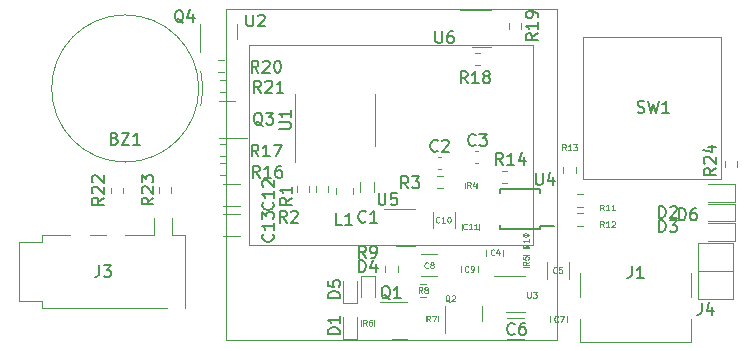
<source format=gbr>
%TF.GenerationSoftware,KiCad,Pcbnew,(6.0.2)*%
%TF.CreationDate,2022-03-18T21:37:06+08:00*%
%TF.ProjectId,Morse_code_PCB,4d6f7273-655f-4636-9f64-655f5043422e,rev?*%
%TF.SameCoordinates,Original*%
%TF.FileFunction,Legend,Top*%
%TF.FilePolarity,Positive*%
%FSLAX46Y46*%
G04 Gerber Fmt 4.6, Leading zero omitted, Abs format (unit mm)*
G04 Created by KiCad (PCBNEW (6.0.2)) date 2022-03-18 21:37:06*
%MOMM*%
%LPD*%
G01*
G04 APERTURE LIST*
%ADD10C,0.150000*%
%ADD11C,0.125000*%
%ADD12C,0.120000*%
G04 APERTURE END LIST*
D10*
%TO.C,C2*%
X104033333Y-145057142D02*
X103985714Y-145104761D01*
X103842857Y-145152380D01*
X103747619Y-145152380D01*
X103604761Y-145104761D01*
X103509523Y-145009523D01*
X103461904Y-144914285D01*
X103414285Y-144723809D01*
X103414285Y-144580952D01*
X103461904Y-144390476D01*
X103509523Y-144295238D01*
X103604761Y-144200000D01*
X103747619Y-144152380D01*
X103842857Y-144152380D01*
X103985714Y-144200000D01*
X104033333Y-144247619D01*
X104414285Y-144247619D02*
X104461904Y-144200000D01*
X104557142Y-144152380D01*
X104795238Y-144152380D01*
X104890476Y-144200000D01*
X104938095Y-144247619D01*
X104985714Y-144342857D01*
X104985714Y-144438095D01*
X104938095Y-144580952D01*
X104366666Y-145152380D01*
X104985714Y-145152380D01*
%TO.C,R19*%
X112482380Y-135142857D02*
X112006190Y-135476190D01*
X112482380Y-135714285D02*
X111482380Y-135714285D01*
X111482380Y-135333333D01*
X111530000Y-135238095D01*
X111577619Y-135190476D01*
X111672857Y-135142857D01*
X111815714Y-135142857D01*
X111910952Y-135190476D01*
X111958571Y-135238095D01*
X112006190Y-135333333D01*
X112006190Y-135714285D01*
X112482380Y-134190476D02*
X112482380Y-134761904D01*
X112482380Y-134476190D02*
X111482380Y-134476190D01*
X111625238Y-134571428D01*
X111720476Y-134666666D01*
X111768095Y-134761904D01*
X112482380Y-133714285D02*
X112482380Y-133523809D01*
X112434761Y-133428571D01*
X112387142Y-133380952D01*
X112244285Y-133285714D01*
X112053809Y-133238095D01*
X111672857Y-133238095D01*
X111577619Y-133285714D01*
X111530000Y-133333333D01*
X111482380Y-133428571D01*
X111482380Y-133619047D01*
X111530000Y-133714285D01*
X111577619Y-133761904D01*
X111672857Y-133809523D01*
X111910952Y-133809523D01*
X112006190Y-133761904D01*
X112053809Y-133714285D01*
X112101428Y-133619047D01*
X112101428Y-133428571D01*
X112053809Y-133333333D01*
X112006190Y-133285714D01*
X111910952Y-133238095D01*
%TO.C,R21*%
X89057142Y-140152380D02*
X88723809Y-139676190D01*
X88485714Y-140152380D02*
X88485714Y-139152380D01*
X88866666Y-139152380D01*
X88961904Y-139200000D01*
X89009523Y-139247619D01*
X89057142Y-139342857D01*
X89057142Y-139485714D01*
X89009523Y-139580952D01*
X88961904Y-139628571D01*
X88866666Y-139676190D01*
X88485714Y-139676190D01*
X89438095Y-139247619D02*
X89485714Y-139200000D01*
X89580952Y-139152380D01*
X89819047Y-139152380D01*
X89914285Y-139200000D01*
X89961904Y-139247619D01*
X90009523Y-139342857D01*
X90009523Y-139438095D01*
X89961904Y-139580952D01*
X89390476Y-140152380D01*
X90009523Y-140152380D01*
X90961904Y-140152380D02*
X90390476Y-140152380D01*
X90676190Y-140152380D02*
X90676190Y-139152380D01*
X90580952Y-139295238D01*
X90485714Y-139390476D01*
X90390476Y-139438095D01*
D11*
%TO.C,C4*%
X108816666Y-153878571D02*
X108792857Y-153902380D01*
X108721428Y-153926190D01*
X108673809Y-153926190D01*
X108602380Y-153902380D01*
X108554761Y-153854761D01*
X108530952Y-153807142D01*
X108507142Y-153711904D01*
X108507142Y-153640476D01*
X108530952Y-153545238D01*
X108554761Y-153497619D01*
X108602380Y-153450000D01*
X108673809Y-153426190D01*
X108721428Y-153426190D01*
X108792857Y-153450000D01*
X108816666Y-153473809D01*
X109245238Y-153592857D02*
X109245238Y-153926190D01*
X109126190Y-153402380D02*
X109007142Y-153759523D01*
X109316666Y-153759523D01*
D10*
%TO.C,Q3*%
X89204761Y-142947619D02*
X89109523Y-142900000D01*
X89014285Y-142804761D01*
X88871428Y-142661904D01*
X88776190Y-142614285D01*
X88680952Y-142614285D01*
X88728571Y-142852380D02*
X88633333Y-142804761D01*
X88538095Y-142709523D01*
X88490476Y-142519047D01*
X88490476Y-142185714D01*
X88538095Y-141995238D01*
X88633333Y-141900000D01*
X88728571Y-141852380D01*
X88919047Y-141852380D01*
X89014285Y-141900000D01*
X89109523Y-141995238D01*
X89157142Y-142185714D01*
X89157142Y-142519047D01*
X89109523Y-142709523D01*
X89014285Y-142804761D01*
X88919047Y-142852380D01*
X88728571Y-142852380D01*
X89490476Y-141852380D02*
X90109523Y-141852380D01*
X89776190Y-142233333D01*
X89919047Y-142233333D01*
X90014285Y-142280952D01*
X90061904Y-142328571D01*
X90109523Y-142423809D01*
X90109523Y-142661904D01*
X90061904Y-142757142D01*
X90014285Y-142804761D01*
X89919047Y-142852380D01*
X89633333Y-142852380D01*
X89538095Y-142804761D01*
X89490476Y-142757142D01*
%TO.C,BZ1*%
X76689832Y-144028571D02*
X76832689Y-144076190D01*
X76880308Y-144123809D01*
X76927927Y-144219047D01*
X76927927Y-144361904D01*
X76880308Y-144457142D01*
X76832689Y-144504761D01*
X76737451Y-144552380D01*
X76356499Y-144552380D01*
X76356499Y-143552380D01*
X76689832Y-143552380D01*
X76785070Y-143600000D01*
X76832689Y-143647619D01*
X76880308Y-143742857D01*
X76880308Y-143838095D01*
X76832689Y-143933333D01*
X76785070Y-143980952D01*
X76689832Y-144028571D01*
X76356499Y-144028571D01*
X77261261Y-143552380D02*
X77927927Y-143552380D01*
X77261261Y-144552380D01*
X77927927Y-144552380D01*
X78832689Y-144552380D02*
X78261261Y-144552380D01*
X78546975Y-144552380D02*
X78546975Y-143552380D01*
X78451737Y-143695238D01*
X78356499Y-143790476D01*
X78261261Y-143838095D01*
%TO.C,R20*%
X88857142Y-138452380D02*
X88523809Y-137976190D01*
X88285714Y-138452380D02*
X88285714Y-137452380D01*
X88666666Y-137452380D01*
X88761904Y-137500000D01*
X88809523Y-137547619D01*
X88857142Y-137642857D01*
X88857142Y-137785714D01*
X88809523Y-137880952D01*
X88761904Y-137928571D01*
X88666666Y-137976190D01*
X88285714Y-137976190D01*
X89238095Y-137547619D02*
X89285714Y-137500000D01*
X89380952Y-137452380D01*
X89619047Y-137452380D01*
X89714285Y-137500000D01*
X89761904Y-137547619D01*
X89809523Y-137642857D01*
X89809523Y-137738095D01*
X89761904Y-137880952D01*
X89190476Y-138452380D01*
X89809523Y-138452380D01*
X90428571Y-137452380D02*
X90523809Y-137452380D01*
X90619047Y-137500000D01*
X90666666Y-137547619D01*
X90714285Y-137642857D01*
X90761904Y-137833333D01*
X90761904Y-138071428D01*
X90714285Y-138261904D01*
X90666666Y-138357142D01*
X90619047Y-138404761D01*
X90523809Y-138452380D01*
X90428571Y-138452380D01*
X90333333Y-138404761D01*
X90285714Y-138357142D01*
X90238095Y-138261904D01*
X90190476Y-138071428D01*
X90190476Y-137833333D01*
X90238095Y-137642857D01*
X90285714Y-137547619D01*
X90333333Y-137500000D01*
X90428571Y-137452380D01*
%TO.C,J4*%
X126366666Y-157952380D02*
X126366666Y-158666666D01*
X126319047Y-158809523D01*
X126223809Y-158904761D01*
X126080952Y-158952380D01*
X125985714Y-158952380D01*
X127271428Y-158285714D02*
X127271428Y-158952380D01*
X127033333Y-157904761D02*
X126795238Y-158619047D01*
X127414285Y-158619047D01*
%TO.C,R18*%
X106557142Y-139352380D02*
X106223809Y-138876190D01*
X105985714Y-139352380D02*
X105985714Y-138352380D01*
X106366666Y-138352380D01*
X106461904Y-138400000D01*
X106509523Y-138447619D01*
X106557142Y-138542857D01*
X106557142Y-138685714D01*
X106509523Y-138780952D01*
X106461904Y-138828571D01*
X106366666Y-138876190D01*
X105985714Y-138876190D01*
X107509523Y-139352380D02*
X106938095Y-139352380D01*
X107223809Y-139352380D02*
X107223809Y-138352380D01*
X107128571Y-138495238D01*
X107033333Y-138590476D01*
X106938095Y-138638095D01*
X108080952Y-138780952D02*
X107985714Y-138733333D01*
X107938095Y-138685714D01*
X107890476Y-138590476D01*
X107890476Y-138542857D01*
X107938095Y-138447619D01*
X107985714Y-138400000D01*
X108080952Y-138352380D01*
X108271428Y-138352380D01*
X108366666Y-138400000D01*
X108414285Y-138447619D01*
X108461904Y-138542857D01*
X108461904Y-138590476D01*
X108414285Y-138685714D01*
X108366666Y-138733333D01*
X108271428Y-138780952D01*
X108080952Y-138780952D01*
X107985714Y-138828571D01*
X107938095Y-138876190D01*
X107890476Y-138971428D01*
X107890476Y-139161904D01*
X107938095Y-139257142D01*
X107985714Y-139304761D01*
X108080952Y-139352380D01*
X108271428Y-139352380D01*
X108366666Y-139304761D01*
X108414285Y-139257142D01*
X108461904Y-139161904D01*
X108461904Y-138971428D01*
X108414285Y-138876190D01*
X108366666Y-138828571D01*
X108271428Y-138780952D01*
%TO.C,D1*%
X95722380Y-160608095D02*
X94722380Y-160608095D01*
X94722380Y-160370000D01*
X94770000Y-160227142D01*
X94865238Y-160131904D01*
X94960476Y-160084285D01*
X95150952Y-160036666D01*
X95293809Y-160036666D01*
X95484285Y-160084285D01*
X95579523Y-160131904D01*
X95674761Y-160227142D01*
X95722380Y-160370000D01*
X95722380Y-160608095D01*
X95722380Y-159084285D02*
X95722380Y-159655714D01*
X95722380Y-159370000D02*
X94722380Y-159370000D01*
X94865238Y-159465238D01*
X94960476Y-159560476D01*
X95008095Y-159655714D01*
%TO.C,D2*%
X122761904Y-150752380D02*
X122761904Y-149752380D01*
X123000000Y-149752380D01*
X123142857Y-149800000D01*
X123238095Y-149895238D01*
X123285714Y-149990476D01*
X123333333Y-150180952D01*
X123333333Y-150323809D01*
X123285714Y-150514285D01*
X123238095Y-150609523D01*
X123142857Y-150704761D01*
X123000000Y-150752380D01*
X122761904Y-150752380D01*
X123714285Y-149847619D02*
X123761904Y-149800000D01*
X123857142Y-149752380D01*
X124095238Y-149752380D01*
X124190476Y-149800000D01*
X124238095Y-149847619D01*
X124285714Y-149942857D01*
X124285714Y-150038095D01*
X124238095Y-150180952D01*
X123666666Y-150752380D01*
X124285714Y-150752380D01*
D11*
%TO.C,R8*%
X102716666Y-157126190D02*
X102550000Y-156888095D01*
X102430952Y-157126190D02*
X102430952Y-156626190D01*
X102621428Y-156626190D01*
X102669047Y-156650000D01*
X102692857Y-156673809D01*
X102716666Y-156721428D01*
X102716666Y-156792857D01*
X102692857Y-156840476D01*
X102669047Y-156864285D01*
X102621428Y-156888095D01*
X102430952Y-156888095D01*
X103002380Y-156840476D02*
X102954761Y-156816666D01*
X102930952Y-156792857D01*
X102907142Y-156745238D01*
X102907142Y-156721428D01*
X102930952Y-156673809D01*
X102954761Y-156650000D01*
X103002380Y-156626190D01*
X103097619Y-156626190D01*
X103145238Y-156650000D01*
X103169047Y-156673809D01*
X103192857Y-156721428D01*
X103192857Y-156745238D01*
X103169047Y-156792857D01*
X103145238Y-156816666D01*
X103097619Y-156840476D01*
X103002380Y-156840476D01*
X102954761Y-156864285D01*
X102930952Y-156888095D01*
X102907142Y-156935714D01*
X102907142Y-157030952D01*
X102930952Y-157078571D01*
X102954761Y-157102380D01*
X103002380Y-157126190D01*
X103097619Y-157126190D01*
X103145238Y-157102380D01*
X103169047Y-157078571D01*
X103192857Y-157030952D01*
X103192857Y-156935714D01*
X103169047Y-156888095D01*
X103145238Y-156864285D01*
X103097619Y-156840476D01*
D10*
%TO.C,R17*%
X88857142Y-145552380D02*
X88523809Y-145076190D01*
X88285714Y-145552380D02*
X88285714Y-144552380D01*
X88666666Y-144552380D01*
X88761904Y-144600000D01*
X88809523Y-144647619D01*
X88857142Y-144742857D01*
X88857142Y-144885714D01*
X88809523Y-144980952D01*
X88761904Y-145028571D01*
X88666666Y-145076190D01*
X88285714Y-145076190D01*
X89809523Y-145552380D02*
X89238095Y-145552380D01*
X89523809Y-145552380D02*
X89523809Y-144552380D01*
X89428571Y-144695238D01*
X89333333Y-144790476D01*
X89238095Y-144838095D01*
X90142857Y-144552380D02*
X90809523Y-144552380D01*
X90380952Y-145552380D01*
%TO.C,C3*%
X107233333Y-144557142D02*
X107185714Y-144604761D01*
X107042857Y-144652380D01*
X106947619Y-144652380D01*
X106804761Y-144604761D01*
X106709523Y-144509523D01*
X106661904Y-144414285D01*
X106614285Y-144223809D01*
X106614285Y-144080952D01*
X106661904Y-143890476D01*
X106709523Y-143795238D01*
X106804761Y-143700000D01*
X106947619Y-143652380D01*
X107042857Y-143652380D01*
X107185714Y-143700000D01*
X107233333Y-143747619D01*
X107566666Y-143652380D02*
X108185714Y-143652380D01*
X107852380Y-144033333D01*
X107995238Y-144033333D01*
X108090476Y-144080952D01*
X108138095Y-144128571D01*
X108185714Y-144223809D01*
X108185714Y-144461904D01*
X108138095Y-144557142D01*
X108090476Y-144604761D01*
X107995238Y-144652380D01*
X107709523Y-144652380D01*
X107614285Y-144604761D01*
X107566666Y-144557142D01*
%TO.C,R2*%
X91233333Y-151152380D02*
X90900000Y-150676190D01*
X90661904Y-151152380D02*
X90661904Y-150152380D01*
X91042857Y-150152380D01*
X91138095Y-150200000D01*
X91185714Y-150247619D01*
X91233333Y-150342857D01*
X91233333Y-150485714D01*
X91185714Y-150580952D01*
X91138095Y-150628571D01*
X91042857Y-150676190D01*
X90661904Y-150676190D01*
X91614285Y-150247619D02*
X91661904Y-150200000D01*
X91757142Y-150152380D01*
X91995238Y-150152380D01*
X92090476Y-150200000D01*
X92138095Y-150247619D01*
X92185714Y-150342857D01*
X92185714Y-150438095D01*
X92138095Y-150580952D01*
X91566666Y-151152380D01*
X92185714Y-151152380D01*
%TO.C,L1*%
X95933333Y-151352380D02*
X95457142Y-151352380D01*
X95457142Y-150352380D01*
X96790476Y-151352380D02*
X96219047Y-151352380D01*
X96504761Y-151352380D02*
X96504761Y-150352380D01*
X96409523Y-150495238D01*
X96314285Y-150590476D01*
X96219047Y-150638095D01*
%TO.C,SW1*%
X120966666Y-141804761D02*
X121109523Y-141852380D01*
X121347619Y-141852380D01*
X121442857Y-141804761D01*
X121490476Y-141757142D01*
X121538095Y-141661904D01*
X121538095Y-141566666D01*
X121490476Y-141471428D01*
X121442857Y-141423809D01*
X121347619Y-141376190D01*
X121157142Y-141328571D01*
X121061904Y-141280952D01*
X121014285Y-141233333D01*
X120966666Y-141138095D01*
X120966666Y-141042857D01*
X121014285Y-140947619D01*
X121061904Y-140900000D01*
X121157142Y-140852380D01*
X121395238Y-140852380D01*
X121538095Y-140900000D01*
X121871428Y-140852380D02*
X122109523Y-141852380D01*
X122300000Y-141138095D01*
X122490476Y-141852380D01*
X122728571Y-140852380D01*
X123633333Y-141852380D02*
X123061904Y-141852380D01*
X123347619Y-141852380D02*
X123347619Y-140852380D01*
X123252380Y-140995238D01*
X123157142Y-141090476D01*
X123061904Y-141138095D01*
D11*
%TO.C,C8*%
X103216666Y-154978571D02*
X103192857Y-155002380D01*
X103121428Y-155026190D01*
X103073809Y-155026190D01*
X103002380Y-155002380D01*
X102954761Y-154954761D01*
X102930952Y-154907142D01*
X102907142Y-154811904D01*
X102907142Y-154740476D01*
X102930952Y-154645238D01*
X102954761Y-154597619D01*
X103002380Y-154550000D01*
X103073809Y-154526190D01*
X103121428Y-154526190D01*
X103192857Y-154550000D01*
X103216666Y-154573809D01*
X103502380Y-154740476D02*
X103454761Y-154716666D01*
X103430952Y-154692857D01*
X103407142Y-154645238D01*
X103407142Y-154621428D01*
X103430952Y-154573809D01*
X103454761Y-154550000D01*
X103502380Y-154526190D01*
X103597619Y-154526190D01*
X103645238Y-154550000D01*
X103669047Y-154573809D01*
X103692857Y-154621428D01*
X103692857Y-154645238D01*
X103669047Y-154692857D01*
X103645238Y-154716666D01*
X103597619Y-154740476D01*
X103502380Y-154740476D01*
X103454761Y-154764285D01*
X103430952Y-154788095D01*
X103407142Y-154835714D01*
X103407142Y-154930952D01*
X103430952Y-154978571D01*
X103454761Y-155002380D01*
X103502380Y-155026190D01*
X103597619Y-155026190D01*
X103645238Y-155002380D01*
X103669047Y-154978571D01*
X103692857Y-154930952D01*
X103692857Y-154835714D01*
X103669047Y-154788095D01*
X103645238Y-154764285D01*
X103597619Y-154740476D01*
%TO.C,C5*%
X114116666Y-155378571D02*
X114092857Y-155402380D01*
X114021428Y-155426190D01*
X113973809Y-155426190D01*
X113902380Y-155402380D01*
X113854761Y-155354761D01*
X113830952Y-155307142D01*
X113807142Y-155211904D01*
X113807142Y-155140476D01*
X113830952Y-155045238D01*
X113854761Y-154997619D01*
X113902380Y-154950000D01*
X113973809Y-154926190D01*
X114021428Y-154926190D01*
X114092857Y-154950000D01*
X114116666Y-154973809D01*
X114569047Y-154926190D02*
X114330952Y-154926190D01*
X114307142Y-155164285D01*
X114330952Y-155140476D01*
X114378571Y-155116666D01*
X114497619Y-155116666D01*
X114545238Y-155140476D01*
X114569047Y-155164285D01*
X114592857Y-155211904D01*
X114592857Y-155330952D01*
X114569047Y-155378571D01*
X114545238Y-155402380D01*
X114497619Y-155426190D01*
X114378571Y-155426190D01*
X114330952Y-155402380D01*
X114307142Y-155378571D01*
D10*
%TO.C,C13*%
X90057142Y-152142857D02*
X90104761Y-152190476D01*
X90152380Y-152333333D01*
X90152380Y-152428571D01*
X90104761Y-152571428D01*
X90009523Y-152666666D01*
X89914285Y-152714285D01*
X89723809Y-152761904D01*
X89580952Y-152761904D01*
X89390476Y-152714285D01*
X89295238Y-152666666D01*
X89200000Y-152571428D01*
X89152380Y-152428571D01*
X89152380Y-152333333D01*
X89200000Y-152190476D01*
X89247619Y-152142857D01*
X90152380Y-151190476D02*
X90152380Y-151761904D01*
X90152380Y-151476190D02*
X89152380Y-151476190D01*
X89295238Y-151571428D01*
X89390476Y-151666666D01*
X89438095Y-151761904D01*
X89152380Y-150857142D02*
X89152380Y-150238095D01*
X89533333Y-150571428D01*
X89533333Y-150428571D01*
X89580952Y-150333333D01*
X89628571Y-150285714D01*
X89723809Y-150238095D01*
X89961904Y-150238095D01*
X90057142Y-150285714D01*
X90104761Y-150333333D01*
X90152380Y-150428571D01*
X90152380Y-150714285D01*
X90104761Y-150809523D01*
X90057142Y-150857142D01*
%TO.C,C6*%
X110533333Y-160557142D02*
X110485714Y-160604761D01*
X110342857Y-160652380D01*
X110247619Y-160652380D01*
X110104761Y-160604761D01*
X110009523Y-160509523D01*
X109961904Y-160414285D01*
X109914285Y-160223809D01*
X109914285Y-160080952D01*
X109961904Y-159890476D01*
X110009523Y-159795238D01*
X110104761Y-159700000D01*
X110247619Y-159652380D01*
X110342857Y-159652380D01*
X110485714Y-159700000D01*
X110533333Y-159747619D01*
X111390476Y-159652380D02*
X111200000Y-159652380D01*
X111104761Y-159700000D01*
X111057142Y-159747619D01*
X110961904Y-159890476D01*
X110914285Y-160080952D01*
X110914285Y-160461904D01*
X110961904Y-160557142D01*
X111009523Y-160604761D01*
X111104761Y-160652380D01*
X111295238Y-160652380D01*
X111390476Y-160604761D01*
X111438095Y-160557142D01*
X111485714Y-160461904D01*
X111485714Y-160223809D01*
X111438095Y-160128571D01*
X111390476Y-160080952D01*
X111295238Y-160033333D01*
X111104761Y-160033333D01*
X111009523Y-160080952D01*
X110961904Y-160128571D01*
X110914285Y-160223809D01*
%TO.C,D5*%
X95752380Y-157538095D02*
X94752380Y-157538095D01*
X94752380Y-157300000D01*
X94800000Y-157157142D01*
X94895238Y-157061904D01*
X94990476Y-157014285D01*
X95180952Y-156966666D01*
X95323809Y-156966666D01*
X95514285Y-157014285D01*
X95609523Y-157061904D01*
X95704761Y-157157142D01*
X95752380Y-157300000D01*
X95752380Y-157538095D01*
X94752380Y-156061904D02*
X94752380Y-156538095D01*
X95228571Y-156585714D01*
X95180952Y-156538095D01*
X95133333Y-156442857D01*
X95133333Y-156204761D01*
X95180952Y-156109523D01*
X95228571Y-156061904D01*
X95323809Y-156014285D01*
X95561904Y-156014285D01*
X95657142Y-156061904D01*
X95704761Y-156109523D01*
X95752380Y-156204761D01*
X95752380Y-156442857D01*
X95704761Y-156538095D01*
X95657142Y-156585714D01*
%TO.C,D3*%
X122761904Y-151952380D02*
X122761904Y-150952380D01*
X123000000Y-150952380D01*
X123142857Y-151000000D01*
X123238095Y-151095238D01*
X123285714Y-151190476D01*
X123333333Y-151380952D01*
X123333333Y-151523809D01*
X123285714Y-151714285D01*
X123238095Y-151809523D01*
X123142857Y-151904761D01*
X123000000Y-151952380D01*
X122761904Y-151952380D01*
X123666666Y-150952380D02*
X124285714Y-150952380D01*
X123952380Y-151333333D01*
X124095238Y-151333333D01*
X124190476Y-151380952D01*
X124238095Y-151428571D01*
X124285714Y-151523809D01*
X124285714Y-151761904D01*
X124238095Y-151857142D01*
X124190476Y-151904761D01*
X124095238Y-151952380D01*
X123809523Y-151952380D01*
X123714285Y-151904761D01*
X123666666Y-151857142D01*
D11*
%TO.C,R13*%
X114878571Y-145026190D02*
X114711904Y-144788095D01*
X114592857Y-145026190D02*
X114592857Y-144526190D01*
X114783333Y-144526190D01*
X114830952Y-144550000D01*
X114854761Y-144573809D01*
X114878571Y-144621428D01*
X114878571Y-144692857D01*
X114854761Y-144740476D01*
X114830952Y-144764285D01*
X114783333Y-144788095D01*
X114592857Y-144788095D01*
X115354761Y-145026190D02*
X115069047Y-145026190D01*
X115211904Y-145026190D02*
X115211904Y-144526190D01*
X115164285Y-144597619D01*
X115116666Y-144645238D01*
X115069047Y-144669047D01*
X115521428Y-144526190D02*
X115830952Y-144526190D01*
X115664285Y-144716666D01*
X115735714Y-144716666D01*
X115783333Y-144740476D01*
X115807142Y-144764285D01*
X115830952Y-144811904D01*
X115830952Y-144930952D01*
X115807142Y-144978571D01*
X115783333Y-145002380D01*
X115735714Y-145026190D01*
X115592857Y-145026190D01*
X115545238Y-145002380D01*
X115521428Y-144978571D01*
%TO.C,U3*%
X111619047Y-157026190D02*
X111619047Y-157430952D01*
X111642857Y-157478571D01*
X111666666Y-157502380D01*
X111714285Y-157526190D01*
X111809523Y-157526190D01*
X111857142Y-157502380D01*
X111880952Y-157478571D01*
X111904761Y-157430952D01*
X111904761Y-157026190D01*
X112095238Y-157026190D02*
X112404761Y-157026190D01*
X112238095Y-157216666D01*
X112309523Y-157216666D01*
X112357142Y-157240476D01*
X112380952Y-157264285D01*
X112404761Y-157311904D01*
X112404761Y-157430952D01*
X112380952Y-157478571D01*
X112357142Y-157502380D01*
X112309523Y-157526190D01*
X112166666Y-157526190D01*
X112119047Y-157502380D01*
X112095238Y-157478571D01*
D10*
%TO.C,U2*%
X87838095Y-133552380D02*
X87838095Y-134361904D01*
X87885714Y-134457142D01*
X87933333Y-134504761D01*
X88028571Y-134552380D01*
X88219047Y-134552380D01*
X88314285Y-134504761D01*
X88361904Y-134457142D01*
X88409523Y-134361904D01*
X88409523Y-133552380D01*
X88838095Y-133647619D02*
X88885714Y-133600000D01*
X88980952Y-133552380D01*
X89219047Y-133552380D01*
X89314285Y-133600000D01*
X89361904Y-133647619D01*
X89409523Y-133742857D01*
X89409523Y-133838095D01*
X89361904Y-133980952D01*
X88790476Y-134552380D01*
X89409523Y-134552380D01*
D11*
%TO.C,C9*%
X106616666Y-155278571D02*
X106592857Y-155302380D01*
X106521428Y-155326190D01*
X106473809Y-155326190D01*
X106402380Y-155302380D01*
X106354761Y-155254761D01*
X106330952Y-155207142D01*
X106307142Y-155111904D01*
X106307142Y-155040476D01*
X106330952Y-154945238D01*
X106354761Y-154897619D01*
X106402380Y-154850000D01*
X106473809Y-154826190D01*
X106521428Y-154826190D01*
X106592857Y-154850000D01*
X106616666Y-154873809D01*
X106854761Y-155326190D02*
X106950000Y-155326190D01*
X106997619Y-155302380D01*
X107021428Y-155278571D01*
X107069047Y-155207142D01*
X107092857Y-155111904D01*
X107092857Y-154921428D01*
X107069047Y-154873809D01*
X107045238Y-154850000D01*
X106997619Y-154826190D01*
X106902380Y-154826190D01*
X106854761Y-154850000D01*
X106830952Y-154873809D01*
X106807142Y-154921428D01*
X106807142Y-155040476D01*
X106830952Y-155088095D01*
X106854761Y-155111904D01*
X106902380Y-155135714D01*
X106997619Y-155135714D01*
X107045238Y-155111904D01*
X107069047Y-155088095D01*
X107092857Y-155040476D01*
D10*
%TO.C,R16*%
X88957142Y-147352380D02*
X88623809Y-146876190D01*
X88385714Y-147352380D02*
X88385714Y-146352380D01*
X88766666Y-146352380D01*
X88861904Y-146400000D01*
X88909523Y-146447619D01*
X88957142Y-146542857D01*
X88957142Y-146685714D01*
X88909523Y-146780952D01*
X88861904Y-146828571D01*
X88766666Y-146876190D01*
X88385714Y-146876190D01*
X89909523Y-147352380D02*
X89338095Y-147352380D01*
X89623809Y-147352380D02*
X89623809Y-146352380D01*
X89528571Y-146495238D01*
X89433333Y-146590476D01*
X89338095Y-146638095D01*
X90766666Y-146352380D02*
X90576190Y-146352380D01*
X90480952Y-146400000D01*
X90433333Y-146447619D01*
X90338095Y-146590476D01*
X90290476Y-146780952D01*
X90290476Y-147161904D01*
X90338095Y-147257142D01*
X90385714Y-147304761D01*
X90480952Y-147352380D01*
X90671428Y-147352380D01*
X90766666Y-147304761D01*
X90814285Y-147257142D01*
X90861904Y-147161904D01*
X90861904Y-146923809D01*
X90814285Y-146828571D01*
X90766666Y-146780952D01*
X90671428Y-146733333D01*
X90480952Y-146733333D01*
X90385714Y-146780952D01*
X90338095Y-146828571D01*
X90290476Y-146923809D01*
D11*
%TO.C,R7*%
X103416666Y-159526190D02*
X103250000Y-159288095D01*
X103130952Y-159526190D02*
X103130952Y-159026190D01*
X103321428Y-159026190D01*
X103369047Y-159050000D01*
X103392857Y-159073809D01*
X103416666Y-159121428D01*
X103416666Y-159192857D01*
X103392857Y-159240476D01*
X103369047Y-159264285D01*
X103321428Y-159288095D01*
X103130952Y-159288095D01*
X103583333Y-159026190D02*
X103916666Y-159026190D01*
X103702380Y-159526190D01*
D10*
%TO.C,J1*%
X120466666Y-154852380D02*
X120466666Y-155566666D01*
X120419047Y-155709523D01*
X120323809Y-155804761D01*
X120180952Y-155852380D01*
X120085714Y-155852380D01*
X121466666Y-155852380D02*
X120895238Y-155852380D01*
X121180952Y-155852380D02*
X121180952Y-154852380D01*
X121085714Y-154995238D01*
X120990476Y-155090476D01*
X120895238Y-155138095D01*
D11*
%TO.C,R6*%
X98016666Y-159876190D02*
X97850000Y-159638095D01*
X97730952Y-159876190D02*
X97730952Y-159376190D01*
X97921428Y-159376190D01*
X97969047Y-159400000D01*
X97992857Y-159423809D01*
X98016666Y-159471428D01*
X98016666Y-159542857D01*
X97992857Y-159590476D01*
X97969047Y-159614285D01*
X97921428Y-159638095D01*
X97730952Y-159638095D01*
X98445238Y-159376190D02*
X98350000Y-159376190D01*
X98302380Y-159400000D01*
X98278571Y-159423809D01*
X98230952Y-159495238D01*
X98207142Y-159590476D01*
X98207142Y-159780952D01*
X98230952Y-159828571D01*
X98254761Y-159852380D01*
X98302380Y-159876190D01*
X98397619Y-159876190D01*
X98445238Y-159852380D01*
X98469047Y-159828571D01*
X98492857Y-159780952D01*
X98492857Y-159661904D01*
X98469047Y-159614285D01*
X98445238Y-159590476D01*
X98397619Y-159566666D01*
X98302380Y-159566666D01*
X98254761Y-159590476D01*
X98230952Y-159614285D01*
X98207142Y-159661904D01*
D10*
%TO.C,R24*%
X127552380Y-146542857D02*
X127076190Y-146876190D01*
X127552380Y-147114285D02*
X126552380Y-147114285D01*
X126552380Y-146733333D01*
X126600000Y-146638095D01*
X126647619Y-146590476D01*
X126742857Y-146542857D01*
X126885714Y-146542857D01*
X126980952Y-146590476D01*
X127028571Y-146638095D01*
X127076190Y-146733333D01*
X127076190Y-147114285D01*
X126647619Y-146161904D02*
X126600000Y-146114285D01*
X126552380Y-146019047D01*
X126552380Y-145780952D01*
X126600000Y-145685714D01*
X126647619Y-145638095D01*
X126742857Y-145590476D01*
X126838095Y-145590476D01*
X126980952Y-145638095D01*
X127552380Y-146209523D01*
X127552380Y-145590476D01*
X126885714Y-144733333D02*
X127552380Y-144733333D01*
X126504761Y-144971428D02*
X127219047Y-145209523D01*
X127219047Y-144590476D01*
%TO.C,R14*%
X109557142Y-146252380D02*
X109223809Y-145776190D01*
X108985714Y-146252380D02*
X108985714Y-145252380D01*
X109366666Y-145252380D01*
X109461904Y-145300000D01*
X109509523Y-145347619D01*
X109557142Y-145442857D01*
X109557142Y-145585714D01*
X109509523Y-145680952D01*
X109461904Y-145728571D01*
X109366666Y-145776190D01*
X108985714Y-145776190D01*
X110509523Y-146252380D02*
X109938095Y-146252380D01*
X110223809Y-146252380D02*
X110223809Y-145252380D01*
X110128571Y-145395238D01*
X110033333Y-145490476D01*
X109938095Y-145538095D01*
X111366666Y-145585714D02*
X111366666Y-146252380D01*
X111128571Y-145204761D02*
X110890476Y-145919047D01*
X111509523Y-145919047D01*
%TO.C,J3*%
X75366666Y-154752380D02*
X75366666Y-155466666D01*
X75319047Y-155609523D01*
X75223809Y-155704761D01*
X75080952Y-155752380D01*
X74985714Y-155752380D01*
X75747619Y-154752380D02*
X76366666Y-154752380D01*
X76033333Y-155133333D01*
X76176190Y-155133333D01*
X76271428Y-155180952D01*
X76319047Y-155228571D01*
X76366666Y-155323809D01*
X76366666Y-155561904D01*
X76319047Y-155657142D01*
X76271428Y-155704761D01*
X76176190Y-155752380D01*
X75890476Y-155752380D01*
X75795238Y-155704761D01*
X75747619Y-155657142D01*
%TO.C,C1*%
X97933333Y-151057142D02*
X97885714Y-151104761D01*
X97742857Y-151152380D01*
X97647619Y-151152380D01*
X97504761Y-151104761D01*
X97409523Y-151009523D01*
X97361904Y-150914285D01*
X97314285Y-150723809D01*
X97314285Y-150580952D01*
X97361904Y-150390476D01*
X97409523Y-150295238D01*
X97504761Y-150200000D01*
X97647619Y-150152380D01*
X97742857Y-150152380D01*
X97885714Y-150200000D01*
X97933333Y-150247619D01*
X98885714Y-151152380D02*
X98314285Y-151152380D01*
X98600000Y-151152380D02*
X98600000Y-150152380D01*
X98504761Y-150295238D01*
X98409523Y-150390476D01*
X98314285Y-150438095D01*
%TO.C,U4*%
X112338095Y-146952380D02*
X112338095Y-147761904D01*
X112385714Y-147857142D01*
X112433333Y-147904761D01*
X112528571Y-147952380D01*
X112719047Y-147952380D01*
X112814285Y-147904761D01*
X112861904Y-147857142D01*
X112909523Y-147761904D01*
X112909523Y-146952380D01*
X113814285Y-147285714D02*
X113814285Y-147952380D01*
X113576190Y-146904761D02*
X113338095Y-147619047D01*
X113957142Y-147619047D01*
%TO.C,R23*%
X79952380Y-149042857D02*
X79476190Y-149376190D01*
X79952380Y-149614285D02*
X78952380Y-149614285D01*
X78952380Y-149233333D01*
X79000000Y-149138095D01*
X79047619Y-149090476D01*
X79142857Y-149042857D01*
X79285714Y-149042857D01*
X79380952Y-149090476D01*
X79428571Y-149138095D01*
X79476190Y-149233333D01*
X79476190Y-149614285D01*
X79047619Y-148661904D02*
X79000000Y-148614285D01*
X78952380Y-148519047D01*
X78952380Y-148280952D01*
X79000000Y-148185714D01*
X79047619Y-148138095D01*
X79142857Y-148090476D01*
X79238095Y-148090476D01*
X79380952Y-148138095D01*
X79952380Y-148709523D01*
X79952380Y-148090476D01*
X78952380Y-147757142D02*
X78952380Y-147138095D01*
X79333333Y-147471428D01*
X79333333Y-147328571D01*
X79380952Y-147233333D01*
X79428571Y-147185714D01*
X79523809Y-147138095D01*
X79761904Y-147138095D01*
X79857142Y-147185714D01*
X79904761Y-147233333D01*
X79952380Y-147328571D01*
X79952380Y-147614285D01*
X79904761Y-147709523D01*
X79857142Y-147757142D01*
D11*
%TO.C,R12*%
X118078571Y-151526190D02*
X117911904Y-151288095D01*
X117792857Y-151526190D02*
X117792857Y-151026190D01*
X117983333Y-151026190D01*
X118030952Y-151050000D01*
X118054761Y-151073809D01*
X118078571Y-151121428D01*
X118078571Y-151192857D01*
X118054761Y-151240476D01*
X118030952Y-151264285D01*
X117983333Y-151288095D01*
X117792857Y-151288095D01*
X118554761Y-151526190D02*
X118269047Y-151526190D01*
X118411904Y-151526190D02*
X118411904Y-151026190D01*
X118364285Y-151097619D01*
X118316666Y-151145238D01*
X118269047Y-151169047D01*
X118745238Y-151073809D02*
X118769047Y-151050000D01*
X118816666Y-151026190D01*
X118935714Y-151026190D01*
X118983333Y-151050000D01*
X119007142Y-151073809D01*
X119030952Y-151121428D01*
X119030952Y-151169047D01*
X119007142Y-151240476D01*
X118721428Y-151526190D01*
X119030952Y-151526190D01*
%TO.C,R11*%
X118078571Y-150126190D02*
X117911904Y-149888095D01*
X117792857Y-150126190D02*
X117792857Y-149626190D01*
X117983333Y-149626190D01*
X118030952Y-149650000D01*
X118054761Y-149673809D01*
X118078571Y-149721428D01*
X118078571Y-149792857D01*
X118054761Y-149840476D01*
X118030952Y-149864285D01*
X117983333Y-149888095D01*
X117792857Y-149888095D01*
X118554761Y-150126190D02*
X118269047Y-150126190D01*
X118411904Y-150126190D02*
X118411904Y-149626190D01*
X118364285Y-149697619D01*
X118316666Y-149745238D01*
X118269047Y-149769047D01*
X119030952Y-150126190D02*
X118745238Y-150126190D01*
X118888095Y-150126190D02*
X118888095Y-149626190D01*
X118840476Y-149697619D01*
X118792857Y-149745238D01*
X118745238Y-149769047D01*
%TO.C,R10*%
X111726190Y-153021428D02*
X111488095Y-153188095D01*
X111726190Y-153307142D02*
X111226190Y-153307142D01*
X111226190Y-153116666D01*
X111250000Y-153069047D01*
X111273809Y-153045238D01*
X111321428Y-153021428D01*
X111392857Y-153021428D01*
X111440476Y-153045238D01*
X111464285Y-153069047D01*
X111488095Y-153116666D01*
X111488095Y-153307142D01*
X111726190Y-152545238D02*
X111726190Y-152830952D01*
X111726190Y-152688095D02*
X111226190Y-152688095D01*
X111297619Y-152735714D01*
X111345238Y-152783333D01*
X111369047Y-152830952D01*
X111226190Y-152235714D02*
X111226190Y-152188095D01*
X111250000Y-152140476D01*
X111273809Y-152116666D01*
X111321428Y-152092857D01*
X111416666Y-152069047D01*
X111535714Y-152069047D01*
X111630952Y-152092857D01*
X111678571Y-152116666D01*
X111702380Y-152140476D01*
X111726190Y-152188095D01*
X111726190Y-152235714D01*
X111702380Y-152283333D01*
X111678571Y-152307142D01*
X111630952Y-152330952D01*
X111535714Y-152354761D01*
X111416666Y-152354761D01*
X111321428Y-152330952D01*
X111273809Y-152307142D01*
X111250000Y-152283333D01*
X111226190Y-152235714D01*
D10*
%TO.C,R1*%
X91652380Y-149066666D02*
X91176190Y-149400000D01*
X91652380Y-149638095D02*
X90652380Y-149638095D01*
X90652380Y-149257142D01*
X90700000Y-149161904D01*
X90747619Y-149114285D01*
X90842857Y-149066666D01*
X90985714Y-149066666D01*
X91080952Y-149114285D01*
X91128571Y-149161904D01*
X91176190Y-149257142D01*
X91176190Y-149638095D01*
X91652380Y-148114285D02*
X91652380Y-148685714D01*
X91652380Y-148400000D02*
X90652380Y-148400000D01*
X90795238Y-148495238D01*
X90890476Y-148590476D01*
X90938095Y-148685714D01*
%TO.C,U1*%
X90602380Y-143211904D02*
X91411904Y-143211904D01*
X91507142Y-143164285D01*
X91554761Y-143116666D01*
X91602380Y-143021428D01*
X91602380Y-142830952D01*
X91554761Y-142735714D01*
X91507142Y-142688095D01*
X91411904Y-142640476D01*
X90602380Y-142640476D01*
X91602380Y-141640476D02*
X91602380Y-142211904D01*
X91602380Y-141926190D02*
X90602380Y-141926190D01*
X90745238Y-142021428D01*
X90840476Y-142116666D01*
X90888095Y-142211904D01*
%TO.C,R22*%
X75752380Y-149067857D02*
X75276190Y-149401190D01*
X75752380Y-149639285D02*
X74752380Y-149639285D01*
X74752380Y-149258333D01*
X74800000Y-149163095D01*
X74847619Y-149115476D01*
X74942857Y-149067857D01*
X75085714Y-149067857D01*
X75180952Y-149115476D01*
X75228571Y-149163095D01*
X75276190Y-149258333D01*
X75276190Y-149639285D01*
X74847619Y-148686904D02*
X74800000Y-148639285D01*
X74752380Y-148544047D01*
X74752380Y-148305952D01*
X74800000Y-148210714D01*
X74847619Y-148163095D01*
X74942857Y-148115476D01*
X75038095Y-148115476D01*
X75180952Y-148163095D01*
X75752380Y-148734523D01*
X75752380Y-148115476D01*
X74847619Y-147734523D02*
X74800000Y-147686904D01*
X74752380Y-147591666D01*
X74752380Y-147353571D01*
X74800000Y-147258333D01*
X74847619Y-147210714D01*
X74942857Y-147163095D01*
X75038095Y-147163095D01*
X75180952Y-147210714D01*
X75752380Y-147782142D01*
X75752380Y-147163095D01*
%TO.C,D4*%
X97361904Y-155352380D02*
X97361904Y-154352380D01*
X97600000Y-154352380D01*
X97742857Y-154400000D01*
X97838095Y-154495238D01*
X97885714Y-154590476D01*
X97933333Y-154780952D01*
X97933333Y-154923809D01*
X97885714Y-155114285D01*
X97838095Y-155209523D01*
X97742857Y-155304761D01*
X97600000Y-155352380D01*
X97361904Y-155352380D01*
X98790476Y-154685714D02*
X98790476Y-155352380D01*
X98552380Y-154304761D02*
X98314285Y-155019047D01*
X98933333Y-155019047D01*
%TO.C,Q4*%
X82504761Y-134247619D02*
X82409523Y-134200000D01*
X82314285Y-134104761D01*
X82171428Y-133961904D01*
X82076190Y-133914285D01*
X81980952Y-133914285D01*
X82028571Y-134152380D02*
X81933333Y-134104761D01*
X81838095Y-134009523D01*
X81790476Y-133819047D01*
X81790476Y-133485714D01*
X81838095Y-133295238D01*
X81933333Y-133200000D01*
X82028571Y-133152380D01*
X82219047Y-133152380D01*
X82314285Y-133200000D01*
X82409523Y-133295238D01*
X82457142Y-133485714D01*
X82457142Y-133819047D01*
X82409523Y-134009523D01*
X82314285Y-134104761D01*
X82219047Y-134152380D01*
X82028571Y-134152380D01*
X83314285Y-133485714D02*
X83314285Y-134152380D01*
X83076190Y-133104761D02*
X82838095Y-133819047D01*
X83457142Y-133819047D01*
%TO.C,U6*%
X103838095Y-134952380D02*
X103838095Y-135761904D01*
X103885714Y-135857142D01*
X103933333Y-135904761D01*
X104028571Y-135952380D01*
X104219047Y-135952380D01*
X104314285Y-135904761D01*
X104361904Y-135857142D01*
X104409523Y-135761904D01*
X104409523Y-134952380D01*
X105314285Y-134952380D02*
X105123809Y-134952380D01*
X105028571Y-135000000D01*
X104980952Y-135047619D01*
X104885714Y-135190476D01*
X104838095Y-135380952D01*
X104838095Y-135761904D01*
X104885714Y-135857142D01*
X104933333Y-135904761D01*
X105028571Y-135952380D01*
X105219047Y-135952380D01*
X105314285Y-135904761D01*
X105361904Y-135857142D01*
X105409523Y-135761904D01*
X105409523Y-135523809D01*
X105361904Y-135428571D01*
X105314285Y-135380952D01*
X105219047Y-135333333D01*
X105028571Y-135333333D01*
X104933333Y-135380952D01*
X104885714Y-135428571D01*
X104838095Y-135523809D01*
%TO.C,R3*%
X101533333Y-148252380D02*
X101200000Y-147776190D01*
X100961904Y-148252380D02*
X100961904Y-147252380D01*
X101342857Y-147252380D01*
X101438095Y-147300000D01*
X101485714Y-147347619D01*
X101533333Y-147442857D01*
X101533333Y-147585714D01*
X101485714Y-147680952D01*
X101438095Y-147728571D01*
X101342857Y-147776190D01*
X100961904Y-147776190D01*
X101866666Y-147252380D02*
X102485714Y-147252380D01*
X102152380Y-147633333D01*
X102295238Y-147633333D01*
X102390476Y-147680952D01*
X102438095Y-147728571D01*
X102485714Y-147823809D01*
X102485714Y-148061904D01*
X102438095Y-148157142D01*
X102390476Y-148204761D01*
X102295238Y-148252380D01*
X102009523Y-148252380D01*
X101914285Y-148204761D01*
X101866666Y-148157142D01*
%TO.C,U5*%
X99038095Y-148652380D02*
X99038095Y-149461904D01*
X99085714Y-149557142D01*
X99133333Y-149604761D01*
X99228571Y-149652380D01*
X99419047Y-149652380D01*
X99514285Y-149604761D01*
X99561904Y-149557142D01*
X99609523Y-149461904D01*
X99609523Y-148652380D01*
X100561904Y-148652380D02*
X100085714Y-148652380D01*
X100038095Y-149128571D01*
X100085714Y-149080952D01*
X100180952Y-149033333D01*
X100419047Y-149033333D01*
X100514285Y-149080952D01*
X100561904Y-149128571D01*
X100609523Y-149223809D01*
X100609523Y-149461904D01*
X100561904Y-149557142D01*
X100514285Y-149604761D01*
X100419047Y-149652380D01*
X100180952Y-149652380D01*
X100085714Y-149604761D01*
X100038095Y-149557142D01*
D11*
%TO.C,C7*%
X114216666Y-159518571D02*
X114192857Y-159542380D01*
X114121428Y-159566190D01*
X114073809Y-159566190D01*
X114002380Y-159542380D01*
X113954761Y-159494761D01*
X113930952Y-159447142D01*
X113907142Y-159351904D01*
X113907142Y-159280476D01*
X113930952Y-159185238D01*
X113954761Y-159137619D01*
X114002380Y-159090000D01*
X114073809Y-159066190D01*
X114121428Y-159066190D01*
X114192857Y-159090000D01*
X114216666Y-159113809D01*
X114383333Y-159066190D02*
X114716666Y-159066190D01*
X114502380Y-159566190D01*
D10*
%TO.C,D6*%
X124461904Y-150952380D02*
X124461904Y-149952380D01*
X124700000Y-149952380D01*
X124842857Y-150000000D01*
X124938095Y-150095238D01*
X124985714Y-150190476D01*
X125033333Y-150380952D01*
X125033333Y-150523809D01*
X124985714Y-150714285D01*
X124938095Y-150809523D01*
X124842857Y-150904761D01*
X124700000Y-150952380D01*
X124461904Y-150952380D01*
X125890476Y-149952380D02*
X125700000Y-149952380D01*
X125604761Y-150000000D01*
X125557142Y-150047619D01*
X125461904Y-150190476D01*
X125414285Y-150380952D01*
X125414285Y-150761904D01*
X125461904Y-150857142D01*
X125509523Y-150904761D01*
X125604761Y-150952380D01*
X125795238Y-150952380D01*
X125890476Y-150904761D01*
X125938095Y-150857142D01*
X125985714Y-150761904D01*
X125985714Y-150523809D01*
X125938095Y-150428571D01*
X125890476Y-150380952D01*
X125795238Y-150333333D01*
X125604761Y-150333333D01*
X125509523Y-150380952D01*
X125461904Y-150428571D01*
X125414285Y-150523809D01*
%TO.C,R9*%
X97933333Y-154152380D02*
X97600000Y-153676190D01*
X97361904Y-154152380D02*
X97361904Y-153152380D01*
X97742857Y-153152380D01*
X97838095Y-153200000D01*
X97885714Y-153247619D01*
X97933333Y-153342857D01*
X97933333Y-153485714D01*
X97885714Y-153580952D01*
X97838095Y-153628571D01*
X97742857Y-153676190D01*
X97361904Y-153676190D01*
X98409523Y-154152380D02*
X98600000Y-154152380D01*
X98695238Y-154104761D01*
X98742857Y-154057142D01*
X98838095Y-153914285D01*
X98885714Y-153723809D01*
X98885714Y-153342857D01*
X98838095Y-153247619D01*
X98790476Y-153200000D01*
X98695238Y-153152380D01*
X98504761Y-153152380D01*
X98409523Y-153200000D01*
X98361904Y-153247619D01*
X98314285Y-153342857D01*
X98314285Y-153580952D01*
X98361904Y-153676190D01*
X98409523Y-153723809D01*
X98504761Y-153771428D01*
X98695238Y-153771428D01*
X98790476Y-153723809D01*
X98838095Y-153676190D01*
X98885714Y-153580952D01*
D11*
%TO.C,R4*%
X106816666Y-148226190D02*
X106650000Y-147988095D01*
X106530952Y-148226190D02*
X106530952Y-147726190D01*
X106721428Y-147726190D01*
X106769047Y-147750000D01*
X106792857Y-147773809D01*
X106816666Y-147821428D01*
X106816666Y-147892857D01*
X106792857Y-147940476D01*
X106769047Y-147964285D01*
X106721428Y-147988095D01*
X106530952Y-147988095D01*
X107245238Y-147892857D02*
X107245238Y-148226190D01*
X107126190Y-147702380D02*
X107007142Y-148059523D01*
X107316666Y-148059523D01*
%TO.C,Q2*%
X105052380Y-157873809D02*
X105004761Y-157850000D01*
X104957142Y-157802380D01*
X104885714Y-157730952D01*
X104838095Y-157707142D01*
X104790476Y-157707142D01*
X104814285Y-157826190D02*
X104766666Y-157802380D01*
X104719047Y-157754761D01*
X104695238Y-157659523D01*
X104695238Y-157492857D01*
X104719047Y-157397619D01*
X104766666Y-157350000D01*
X104814285Y-157326190D01*
X104909523Y-157326190D01*
X104957142Y-157350000D01*
X105004761Y-157397619D01*
X105028571Y-157492857D01*
X105028571Y-157659523D01*
X105004761Y-157754761D01*
X104957142Y-157802380D01*
X104909523Y-157826190D01*
X104814285Y-157826190D01*
X105219047Y-157373809D02*
X105242857Y-157350000D01*
X105290476Y-157326190D01*
X105409523Y-157326190D01*
X105457142Y-157350000D01*
X105480952Y-157373809D01*
X105504761Y-157421428D01*
X105504761Y-157469047D01*
X105480952Y-157540476D01*
X105195238Y-157826190D01*
X105504761Y-157826190D01*
D10*
%TO.C,C12*%
X90057142Y-149442857D02*
X90104761Y-149490476D01*
X90152380Y-149633333D01*
X90152380Y-149728571D01*
X90104761Y-149871428D01*
X90009523Y-149966666D01*
X89914285Y-150014285D01*
X89723809Y-150061904D01*
X89580952Y-150061904D01*
X89390476Y-150014285D01*
X89295238Y-149966666D01*
X89200000Y-149871428D01*
X89152380Y-149728571D01*
X89152380Y-149633333D01*
X89200000Y-149490476D01*
X89247619Y-149442857D01*
X90152380Y-148490476D02*
X90152380Y-149061904D01*
X90152380Y-148776190D02*
X89152380Y-148776190D01*
X89295238Y-148871428D01*
X89390476Y-148966666D01*
X89438095Y-149061904D01*
X89247619Y-148109523D02*
X89200000Y-148061904D01*
X89152380Y-147966666D01*
X89152380Y-147728571D01*
X89200000Y-147633333D01*
X89247619Y-147585714D01*
X89342857Y-147538095D01*
X89438095Y-147538095D01*
X89580952Y-147585714D01*
X90152380Y-148157142D01*
X90152380Y-147538095D01*
%TO.C,Q1*%
X100004761Y-157647619D02*
X99909523Y-157600000D01*
X99814285Y-157504761D01*
X99671428Y-157361904D01*
X99576190Y-157314285D01*
X99480952Y-157314285D01*
X99528571Y-157552380D02*
X99433333Y-157504761D01*
X99338095Y-157409523D01*
X99290476Y-157219047D01*
X99290476Y-156885714D01*
X99338095Y-156695238D01*
X99433333Y-156600000D01*
X99528571Y-156552380D01*
X99719047Y-156552380D01*
X99814285Y-156600000D01*
X99909523Y-156695238D01*
X99957142Y-156885714D01*
X99957142Y-157219047D01*
X99909523Y-157409523D01*
X99814285Y-157504761D01*
X99719047Y-157552380D01*
X99528571Y-157552380D01*
X100909523Y-157552380D02*
X100338095Y-157552380D01*
X100623809Y-157552380D02*
X100623809Y-156552380D01*
X100528571Y-156695238D01*
X100433333Y-156790476D01*
X100338095Y-156838095D01*
D11*
%TO.C,C10*%
X104178571Y-151118571D02*
X104154761Y-151142380D01*
X104083333Y-151166190D01*
X104035714Y-151166190D01*
X103964285Y-151142380D01*
X103916666Y-151094761D01*
X103892857Y-151047142D01*
X103869047Y-150951904D01*
X103869047Y-150880476D01*
X103892857Y-150785238D01*
X103916666Y-150737619D01*
X103964285Y-150690000D01*
X104035714Y-150666190D01*
X104083333Y-150666190D01*
X104154761Y-150690000D01*
X104178571Y-150713809D01*
X104654761Y-151166190D02*
X104369047Y-151166190D01*
X104511904Y-151166190D02*
X104511904Y-150666190D01*
X104464285Y-150737619D01*
X104416666Y-150785238D01*
X104369047Y-150809047D01*
X104964285Y-150666190D02*
X105011904Y-150666190D01*
X105059523Y-150690000D01*
X105083333Y-150713809D01*
X105107142Y-150761428D01*
X105130952Y-150856666D01*
X105130952Y-150975714D01*
X105107142Y-151070952D01*
X105083333Y-151118571D01*
X105059523Y-151142380D01*
X105011904Y-151166190D01*
X104964285Y-151166190D01*
X104916666Y-151142380D01*
X104892857Y-151118571D01*
X104869047Y-151070952D01*
X104845238Y-150975714D01*
X104845238Y-150856666D01*
X104869047Y-150761428D01*
X104892857Y-150713809D01*
X104916666Y-150690000D01*
X104964285Y-150666190D01*
%TO.C,C11*%
X106478571Y-151688571D02*
X106454761Y-151712380D01*
X106383333Y-151736190D01*
X106335714Y-151736190D01*
X106264285Y-151712380D01*
X106216666Y-151664761D01*
X106192857Y-151617142D01*
X106169047Y-151521904D01*
X106169047Y-151450476D01*
X106192857Y-151355238D01*
X106216666Y-151307619D01*
X106264285Y-151260000D01*
X106335714Y-151236190D01*
X106383333Y-151236190D01*
X106454761Y-151260000D01*
X106478571Y-151283809D01*
X106954761Y-151736190D02*
X106669047Y-151736190D01*
X106811904Y-151736190D02*
X106811904Y-151236190D01*
X106764285Y-151307619D01*
X106716666Y-151355238D01*
X106669047Y-151379047D01*
X107430952Y-151736190D02*
X107145238Y-151736190D01*
X107288095Y-151736190D02*
X107288095Y-151236190D01*
X107240476Y-151307619D01*
X107192857Y-151355238D01*
X107145238Y-151379047D01*
%TO.C,R5*%
X111726190Y-154483333D02*
X111488095Y-154650000D01*
X111726190Y-154769047D02*
X111226190Y-154769047D01*
X111226190Y-154578571D01*
X111250000Y-154530952D01*
X111273809Y-154507142D01*
X111321428Y-154483333D01*
X111392857Y-154483333D01*
X111440476Y-154507142D01*
X111464285Y-154530952D01*
X111488095Y-154578571D01*
X111488095Y-154769047D01*
X111226190Y-154030952D02*
X111226190Y-154269047D01*
X111464285Y-154292857D01*
X111440476Y-154269047D01*
X111416666Y-154221428D01*
X111416666Y-154102380D01*
X111440476Y-154054761D01*
X111464285Y-154030952D01*
X111511904Y-154007142D01*
X111630952Y-154007142D01*
X111678571Y-154030952D01*
X111702380Y-154054761D01*
X111726190Y-154102380D01*
X111726190Y-154221428D01*
X111702380Y-154269047D01*
X111678571Y-154292857D01*
D12*
%TO.C,C2*%
X104340580Y-146610000D02*
X104059420Y-146610000D01*
X104340580Y-145590000D02*
X104059420Y-145590000D01*
%TO.C,R19*%
X111122500Y-134262742D02*
X111122500Y-134737258D01*
X110077500Y-134262742D02*
X110077500Y-134737258D01*
%TO.C,R21*%
X86037258Y-139077500D02*
X85562742Y-139077500D01*
X86037258Y-140122500D02*
X85562742Y-140122500D01*
%TO.C,C4*%
X109555000Y-153438748D02*
X109555000Y-153961252D01*
X108085000Y-153438748D02*
X108085000Y-153961252D01*
%TO.C,Q3*%
X86200000Y-143960000D02*
X87875000Y-143960000D01*
X86200000Y-140840000D02*
X85550000Y-140840000D01*
X86200000Y-140840000D02*
X86850000Y-140840000D01*
X86200000Y-143960000D02*
X85550000Y-143960000D01*
%TO.C,BZ1*%
X83970785Y-141300000D02*
G75*
G03*
X83970785Y-138300001I-6400010J1499999D01*
G01*
X83800785Y-139800000D02*
G75*
G03*
X83800785Y-139800000I-6230000J0D01*
G01*
%TO.C,R20*%
X85462742Y-138422500D02*
X85937258Y-138422500D01*
X85462742Y-137377500D02*
X85937258Y-137377500D01*
%TO.C,J4*%
X126060000Y-152860000D02*
X129060000Y-152860000D01*
X129060000Y-152860000D02*
X129060000Y-157600000D01*
X126060000Y-157600000D02*
X126060000Y-152860000D01*
X129060000Y-157600000D02*
X126060000Y-157600000D01*
X126060000Y-155230000D02*
X129060000Y-155230000D01*
%TO.C,R18*%
X107162742Y-137822500D02*
X107637258Y-137822500D01*
X107162742Y-136777500D02*
X107637258Y-136777500D01*
%TO.C,D1*%
X97170000Y-159170000D02*
X97170000Y-161020000D01*
X95970000Y-159170000D02*
X95970000Y-161020000D01*
X95970000Y-161020000D02*
X97170000Y-161020000D01*
%TO.C,D2*%
X129185000Y-149565000D02*
X126900000Y-149565000D01*
X129185000Y-151035000D02*
X129185000Y-149565000D01*
X126900000Y-151035000D02*
X129185000Y-151035000D01*
%TO.C,R8*%
X103027258Y-156397500D02*
X102552742Y-156397500D01*
X103027258Y-157442500D02*
X102552742Y-157442500D01*
%TO.C,R17*%
X85562742Y-145522500D02*
X86037258Y-145522500D01*
X85562742Y-144477500D02*
X86037258Y-144477500D01*
%TO.C,C3*%
X107440580Y-146110000D02*
X107159420Y-146110000D01*
X107440580Y-145090000D02*
X107159420Y-145090000D01*
%TO.C,R2*%
X93727500Y-148062742D02*
X93727500Y-148537258D01*
X94772500Y-148062742D02*
X94772500Y-148537258D01*
%TO.C,L1*%
X97490000Y-148549622D02*
X97490000Y-147750378D01*
X98610000Y-148549622D02*
X98610000Y-147750378D01*
%TO.C,SW1*%
X128000000Y-135450000D02*
X128000000Y-147450000D01*
X116300000Y-135450000D02*
X128000000Y-135450000D01*
X116300000Y-147450000D02*
X116300000Y-135450000D01*
X128000000Y-147450000D02*
X116300000Y-147450000D01*
%TO.C,C8*%
X104011252Y-155660000D02*
X102588748Y-155660000D01*
X104011252Y-153840000D02*
X102588748Y-153840000D01*
%TO.C,C5*%
X113290000Y-154488748D02*
X113290000Y-155911252D01*
X115110000Y-154488748D02*
X115110000Y-155911252D01*
%TO.C,C13*%
X85888748Y-150440000D02*
X87311252Y-150440000D01*
X85888748Y-152260000D02*
X87311252Y-152260000D01*
%TO.C,C6*%
X111331252Y-161040000D02*
X109908748Y-161040000D01*
X111331252Y-159220000D02*
X109908748Y-159220000D01*
%TO.C,D5*%
X96000000Y-157950000D02*
X97200000Y-157950000D01*
X96000000Y-156100000D02*
X96000000Y-157950000D01*
X97200000Y-156100000D02*
X97200000Y-157950000D01*
%TO.C,D3*%
X129185000Y-151205000D02*
X126900000Y-151205000D01*
X129185000Y-152675000D02*
X129185000Y-151205000D01*
X126900000Y-152675000D02*
X129185000Y-152675000D01*
%TO.C,R13*%
X114677500Y-146462742D02*
X114677500Y-146937258D01*
X115722500Y-146462742D02*
X115722500Y-146937258D01*
%TO.C,U3*%
X110600000Y-158760000D02*
X109800000Y-158760000D01*
X110600000Y-155640000D02*
X111400000Y-155640000D01*
X110600000Y-155640000D02*
X108800000Y-155640000D01*
X110600000Y-158760000D02*
X111400000Y-158760000D01*
%TO.C,U2*%
X112095000Y-136095000D02*
X112095000Y-153095000D01*
X114095000Y-161095000D02*
X114095000Y-133095000D01*
X114095000Y-133095000D02*
X86095000Y-133095000D01*
X89095000Y-153095000D02*
X88095000Y-153095000D01*
X112095000Y-153095000D02*
X89095000Y-153095000D01*
X88095000Y-136095000D02*
X112095000Y-136095000D01*
X86095000Y-161095000D02*
X114095000Y-161095000D01*
X86095000Y-133095000D02*
X86095000Y-161095000D01*
X88095000Y-153095000D02*
X88095000Y-136095000D01*
%TO.C,C9*%
X107435000Y-155361252D02*
X107435000Y-154838748D01*
X105965000Y-155361252D02*
X105965000Y-154838748D01*
%TO.C,R16*%
X85562742Y-146077500D02*
X86037258Y-146077500D01*
X85562742Y-147122500D02*
X86037258Y-147122500D01*
%TO.C,R7*%
X103027500Y-159042742D02*
X103027500Y-159517258D01*
X104072500Y-159042742D02*
X104072500Y-159517258D01*
%TO.C,J1*%
X116100000Y-155460000D02*
X116100000Y-157460000D01*
X125500000Y-159360000D02*
X125500000Y-161260000D01*
X125500000Y-155460000D02*
X125500000Y-157460000D01*
X116100000Y-161260000D02*
X125500000Y-161260000D01*
X116100000Y-159360000D02*
X116100000Y-161260000D01*
%TO.C,R6*%
X97577500Y-159412742D02*
X97577500Y-159887258D01*
X98622500Y-159412742D02*
X98622500Y-159887258D01*
%TO.C,R24*%
X128327500Y-145962742D02*
X128327500Y-146437258D01*
X129372500Y-145962742D02*
X129372500Y-146437258D01*
%TO.C,R14*%
X109462742Y-147822500D02*
X109937258Y-147822500D01*
X109462742Y-146777500D02*
X109937258Y-146777500D01*
%TO.C,J3*%
X70555000Y-157800000D02*
X68555000Y-157800000D01*
X70555000Y-152200000D02*
X72930000Y-152200000D01*
X70555000Y-152200000D02*
X70555000Y-152800000D01*
X82655000Y-158400000D02*
X82655000Y-152200000D01*
X68555000Y-152800000D02*
X68555000Y-157800000D01*
X70555000Y-152800000D02*
X68555000Y-152800000D01*
X79980000Y-152200000D02*
X79980000Y-150800000D01*
X77580000Y-152200000D02*
X79980000Y-152200000D01*
X81530000Y-152200000D02*
X82655000Y-152200000D01*
X81080000Y-158400000D02*
X70555000Y-158400000D01*
X81530000Y-152200000D02*
X81530000Y-150800000D01*
X70555000Y-157800000D02*
X70555000Y-158400000D01*
X74580000Y-152200000D02*
X75930000Y-152200000D01*
%TO.C,C1*%
X96885000Y-148238748D02*
X96885000Y-148761252D01*
X95415000Y-148238748D02*
X95415000Y-148761252D01*
D10*
%TO.C,U4*%
X112675000Y-148325000D02*
X112675000Y-148625000D01*
X112675000Y-151675000D02*
X112675000Y-151450000D01*
X109325000Y-148325000D02*
X109325000Y-148625000D01*
X109325000Y-151675000D02*
X109325000Y-151375000D01*
X112675000Y-151675000D02*
X109325000Y-151675000D01*
X112675000Y-151450000D02*
X113900000Y-151450000D01*
X112675000Y-148325000D02*
X109325000Y-148325000D01*
D12*
%TO.C,R23*%
X80427500Y-148162742D02*
X80427500Y-148637258D01*
X81472500Y-148162742D02*
X81472500Y-148637258D01*
%TO.C,R12*%
X115862742Y-151422500D02*
X116337258Y-151422500D01*
X115862742Y-150377500D02*
X116337258Y-150377500D01*
%TO.C,R11*%
X115862742Y-149822500D02*
X116337258Y-149822500D01*
X115862742Y-148777500D02*
X116337258Y-148777500D01*
%TO.C,R10*%
X111737258Y-152177500D02*
X111262742Y-152177500D01*
X111737258Y-153222500D02*
X111262742Y-153222500D01*
%TO.C,R1*%
X93122500Y-148537258D02*
X93122500Y-148062742D01*
X92077500Y-148537258D02*
X92077500Y-148062742D01*
%TO.C,U1*%
X91965000Y-142450000D02*
X91965000Y-140250000D01*
X98735000Y-142450000D02*
X98735000Y-140250000D01*
X98735000Y-142450000D02*
X98735000Y-144650000D01*
X91965000Y-142450000D02*
X91965000Y-146050000D01*
%TO.C,R22*%
X77372500Y-148187742D02*
X77372500Y-148662258D01*
X76327500Y-148187742D02*
X76327500Y-148662258D01*
%TO.C,D4*%
X98710000Y-157490000D02*
X98710000Y-155640000D01*
X97510000Y-157490000D02*
X97510000Y-155640000D01*
X98710000Y-155640000D02*
X97510000Y-155640000D01*
%TO.C,Q4*%
X83940000Y-135000000D02*
X83940000Y-136675000D01*
X87060000Y-135000000D02*
X87060000Y-135650000D01*
X87060000Y-135000000D02*
X87060000Y-134350000D01*
X83940000Y-135000000D02*
X83940000Y-134350000D01*
%TO.C,U6*%
X107700000Y-136260000D02*
X108500000Y-136260000D01*
X107700000Y-133140000D02*
X105900000Y-133140000D01*
X107700000Y-136260000D02*
X106900000Y-136260000D01*
X107700000Y-133140000D02*
X108500000Y-133140000D01*
%TO.C,R3*%
X104467258Y-147187500D02*
X103992742Y-147187500D01*
X104467258Y-148232500D02*
X103992742Y-148232500D01*
%TO.C,U5*%
X101320000Y-149980000D02*
X99520000Y-149980000D01*
X101320000Y-153100000D02*
X100520000Y-153100000D01*
X101320000Y-153100000D02*
X102120000Y-153100000D01*
X101320000Y-149980000D02*
X102120000Y-149980000D01*
%TO.C,C7*%
X113525000Y-159601252D02*
X113525000Y-159078748D01*
X114995000Y-159601252D02*
X114995000Y-159078748D01*
%TO.C,D6*%
X129185000Y-147915000D02*
X126900000Y-147915000D01*
X129185000Y-149385000D02*
X129185000Y-147915000D01*
X126900000Y-149385000D02*
X129185000Y-149385000D01*
%TO.C,R9*%
X100642500Y-155317258D02*
X100642500Y-154842742D01*
X99597500Y-155317258D02*
X99597500Y-154842742D01*
%TO.C,R4*%
X107372500Y-147762742D02*
X107372500Y-148237258D01*
X106327500Y-147762742D02*
X106327500Y-148237258D01*
%TO.C,Q2*%
X107750000Y-158840000D02*
X107750000Y-159490000D01*
X104630000Y-158840000D02*
X104630000Y-158190000D01*
X107750000Y-158840000D02*
X107750000Y-158190000D01*
X104630000Y-158840000D02*
X104630000Y-160515000D01*
%TO.C,C12*%
X85888748Y-147890000D02*
X87311252Y-147890000D01*
X85888748Y-149710000D02*
X87311252Y-149710000D01*
%TO.C,Q1*%
X100820000Y-160990000D02*
X100170000Y-160990000D01*
X100820000Y-157870000D02*
X101470000Y-157870000D01*
X100820000Y-157870000D02*
X99145000Y-157870000D01*
X100820000Y-160990000D02*
X101470000Y-160990000D01*
%TO.C,C10*%
X103670000Y-150228748D02*
X103670000Y-151651252D01*
X105490000Y-150228748D02*
X105490000Y-151651252D01*
%TO.C,C11*%
X106055000Y-151248748D02*
X106055000Y-151771252D01*
X107525000Y-151248748D02*
X107525000Y-151771252D01*
%TO.C,R5*%
X111262742Y-153877500D02*
X111737258Y-153877500D01*
X111262742Y-154922500D02*
X111737258Y-154922500D01*
%TD*%
M02*

</source>
